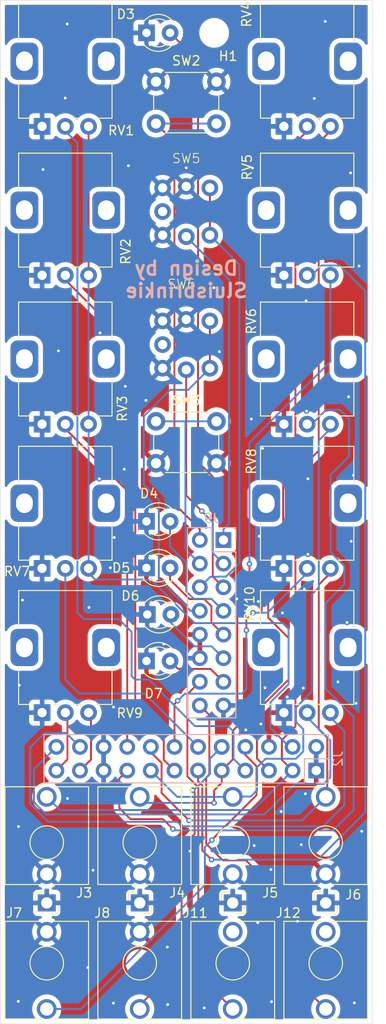
<source format=kicad_pcb>
(kicad_pcb (version 20240108) (generator "pcbnew") (generator_version "8.0")
  (layers (0 "F.Cu" signal) (31 "B.Cu" signal) (34 "B.Paste" user) (35 "F.Paste" user) (36 "B.SilkS" user "B.Silkscreen") (37 "F.SilkS" user "F.Silkscreen") (38 "B.Mask" user) (39 "F.Mask" user) (44 "Edge.Cuts" user))
  (net 0 "")
  (net 1 "GND1")
  (net 2 "/LED1")
  (net 3 "/LED2")
  (net 4 "/LED3")
  (net 5 "/LED4")
  (net 6 "/LED5")
  (net 7 "/-10V_REF")
  (net 8 "/OUT1_ATVPOT")
  (net 9 "/CV4_POT")
  (net 10 "/CV1_JACK")
  (net 11 "/CV2_POT")
  (net 12 "/TRIG_1")
  (net 13 "/PRE_ATV_OUT1")
  (net 14 "/CV4_ATVPOT")
  (net 15 "/PRE_ATV_OUT2")
  (net 16 "/CV1_ATVPOT")
  (net 17 "/CV3_JACK")
  (net 18 "/CV2_JACK")
  (net 19 "/TRIG_2")
  (net 20 "/CV3_POT")
  (net 21 "/CV2_ATVPOT")
  (net 22 "/CV1_POT")
  (net 23 "/CV4_JACK")
  (net 24 "/OUT2_ATVPOT")
  (net 25 "/CV3_ATVPOT")
  (net 26 "/OUT1")
  (net 27 "/LED_SALIDA_2")
  (net 28 "/LED_SALIDA_1")
  (net 29 "/SW_MODE")
  (net 30 "/SW_TRIG2")
  (net 31 "/OUT2")
  (net 32 "/SW_TRIG1")
  (net 33 "/SW_DUAL")
  (footprint "Library:Potentiometer_Alps_RK09K_Single_Vertical_DSHAFT" (layer "F.Cu") (at 131 104.05 90)
    (property "Reference" "RV7")
    (property "Value" "B10k")
  )
  (footprint "Library:ML6-H2T2GQA" (layer "F.Cu") (at 146.5 80 90)
    (property "Reference" "SW6")
    (property "Value" "SW_ML6")
  )
  (footprint "Library:Jack_3.5mm_QingPu_WQP-PJ398SM_Vertical_CircularHoles_3D" (layer "F.Cu") (at 131.5 140)
    (property "Reference" "J7")
    (property "Value" "in1")
  )
  (footprint "Button_Switch_THT:SW_PUSH_6mm_H13mm" (layer "F.Cu") (at 149.75 56.25 180)
    (property "Reference" "SW2")
    (property "Value" "SW_Dual")
  )
  (footprint "Button_Switch_THT:SW_PUSH_6mm_H13mm" (layer "F.Cu") (at 143.25 88.25)
    (property "Reference" "SW3")
    (property "Value" "SW_Mode")
  )
  (footprint "MountingHole:MountingHole_2.7mm_M2.5" (layer "F.Cu") (at 149.5 46.5)
    (property "Reference" "H1")
    (property "Value" "MountingHole")
  )
  (footprint "Library:Potentiometer_Alps_RK09K_Single_Vertical" (layer "F.Cu") (at 131 119.55 90)
    (property "Reference" "RV9")
    (property "Value" "B100k")
  )
  (footprint "LED_THT:LED_D3.0mm" (layer "F.Cu") (at 142.225 46.5)
    (property "Reference" "D3")
    (property "Value" "LED")
  )
  (footprint "Library:Potentiometer_Alps_RK09K_Single_Vertical_DSHAFT" (layer "F.Cu") (at 131 72.55 90)
    (property "Reference" "RV2")
    (property "Value" "B10k")
  )
  (footprint "LED_THT:LED_D3.0mm" (layer "F.Cu") (at 142.316487 109)
    (property "Reference" "D6")
    (property "Value" "LED")
  )
  (footprint "Library:Jack_3.5mm_QingPu_WQP-PJ398SM_Vertical_CircularHoles_3D" (layer "F.Cu") (at 151.5 140)
    (property "Reference" "J11")
    (property "Value" "out1")
  )
  (footprint "LED_THT:LED_D3.0mm" (layer "F.Cu") (at 142.225 114)
    (property "Reference" "D7")
    (property "Value" "LED")
  )
  (footprint "Library:Jack_3.5mm_QingPu_WQP-PJ398SM_Vertical_CircularHoles_3D" (layer "F.Cu") (at 151.5 140 180)
    (property "Reference" "J5")
    (property "Value" "CV3")
  )
  (footprint "Library:Jack_3.5mm_QingPu_WQP-PJ398SM_Vertical_CircularHoles_3D" (layer "F.Cu") (at 161.5 140)
    (property "Reference" "J12")
    (property "Value" "out2")
  )
  (footprint "Library:Jack_3.5mm_QingPu_WQP-PJ398SM_Vertical_CircularHoles_3D" (layer "F.Cu") (at 131.5 140 180)
    (property "Reference" "J3")
    (property "Value" "CV1")
  )
  (footprint "Library:Potentiometer_Alps_RK09K_Single_Vertical" (layer "F.Cu") (at 157 88.55 90)
    (property "Reference" "RV6")
    (property "Value" "B100k")
  )
  (footprint "LED_THT:LED_D3.0mm" (layer "F.Cu") (at 142.225 104)
    (property "Reference" "D5")
    (property "Value" "LED")
  )
  (footprint "Library:Potentiometer_Alps_RK09K_Single_Vertical" (layer "F.Cu") (at 157 104.05 90)
    (property "Reference" "RV8")
    (property "Value" "B100k")
  )
  (footprint "Library:Jack_3.5mm_QingPu_WQP-PJ398SM_Vertical_CircularHoles_3D" (layer "F.Cu") (at 161.5 140 180)
    (property "Reference" "J6")
    (property "Value" "CV4")
  )
  (footprint "Library:Potentiometer_Alps_RK09K_Single_Vertical" (layer "F.Cu") (at 157 56.55 90)
    (property "Reference" "RV4")
    (property "Value" "B100k")
  )
  (footprint "LED_THT:LED_D3.0mm" (layer "F.Cu") (at 142.225 99)
    (property "Reference" "D4")
    (property "Value" "LED")
  )
  (footprint "Library:Jack_3.5mm_QingPu_WQP-PJ398SM_Vertical_CircularHoles_3D" (layer "F.Cu") (at 141.5 140 180)
    (property "Reference" "J4")
    (property "Value" "CV2")
  )
  (footprint "Library:Potentiometer_Alps_RK09K_Single_Vertical" (layer "F.Cu") (at 157 72.55 90)
    (property "Reference" "RV5")
    (property "Value" "B100k")
  )
  (footprint "Library:Potentiometer_Alps_RK09K_Single_Vertical" (layer "F.Cu") (at 157 119.55 90)
    (property "Reference" "RV10")
    (property "Value" "B100k")
  )
  (footprint "Library:Potentiometer_Alps_RK09K_Single_Vertical_DSHAFT" (layer "F.Cu") (at 131 88.55 90)
    (property "Reference" "RV3")
    (property "Value" "B10k")
  )
  (footprint "Library:ML6-H2T2GQA" (layer "F.Cu") (at 146.5 65.7 90)
    (property "Reference" "SW5")
    (property "Value" "SW_ML6")
  )
  (footprint "Library:Jack_3.5mm_QingPu_WQP-PJ398SM_Vertical_CircularHoles_3D" (layer "F.Cu") (at 141.5 140)
    (property "Reference" "J8")
    (property "Value" "in2")
  )
  (footprint "Library:Potentiometer_Alps_RK09K_Single_Vertical_DSHAFT" (layer "F.Cu") (at 131 56.55 90)
    (property "Reference" "RV1")
    (property "Value" "B10k")
  )
  (footprint "Connector_PinHeader_2.54mm:PinHeader_2x12_P2.54mm_Vertical" (layer "B.Cu") (at 160.475 125.775 90)
    (property "Reference" "J2")
    (property "Value" "Conn_02x12_Odd_Even")
  )
  (footprint "Connector_PinHeader_2.54mm:PinHeader_2x08_P2.54mm_Vertical" (layer "B.Cu") (at 150.5 101 180)
    (property "Reference" "J9")
    (property "Value" "Conn_02x08_Odd_Even")
  )
  (gr_rect (start 126.5 43) (end 166.5 153) (stroke (width 0.05)) (fill none) (layer "Edge.Cuts"))
  (gr_text "Design by\nSluisbrinkie" (at 146.5 73 -0) (layer "B.SilkS") (effects (font (size 1.5 1.5) (thickness 0.3) (bold yes)) (justify mirror)))
  (via (at 156.845426 108.836323) (size 0.6) (drill 0.3) (layers "F.Cu" "B.Cu") (net 1))
  (via (at 154.353562 100.604534) (size 0.6) (drill 0.3) (layers "F.Cu" "B.Cu") (net 1))
  (via (at 136.04536 108.245567) (size 0.6) (drill 0.3) (layers "F.Cu" "B.Cu") (net 1))
  (via (at 164.469829 94.044425) (size 0.6) (drill 0.3) (layers "F.Cu" "B.Cu") (net 1))
  (via (at 137.231752 78.741141) (size 0.6) (drill 0.3) (layers "F.Cu" "B.Cu") (net 1))
  (via (at 164.233189 101.143653) (size 0.6) (drill 0.3) (layers "F.Cu" "B.Cu") (net 1))
  (via (at 159.583566 94.423982) (size 0.6) (drill 0.3) (layers "F.Cu" "B.Cu") (net 1))
  (via (at 149.476129 73.886416) (size 0.6) (drill 0.3) (layers "F.Cu" "B.Cu") (net 1))
  (via (at 137.160308 94.424484) (size 0.6) (drill 0.3) (layers "F.Cu" "B.Cu") (net 1))
  (via (at 133.488523 53.506611) (size 0.6) (drill 0.3) (layers "F.Cu" "B.Cu") (net 1))
  (via (at 161.45518 45.267203) (size 0.6) (drill 0.3) (layers "F.Cu" "B.Cu") (net 1))
  (via (at 163.953522 85.611402) (size 0.6) (drill 0.3) (layers "F.Cu" "B.Cu") (net 1))
  (via (at 158.870057 133.739645) (size 0.6) (drill 0.3) (layers "F.Cu" "B.Cu") (net 1))
  (via (at 131.1006 61.186685) (size 0.6) (drill 0.3) (layers "F.Cu" "B.Cu") (net 1))
  (via (at 132.757087 80.677294) (size 0.6) (drill 0.3) (layers "F.Cu" "B.Cu") (net 1))
  (via (at 138.686258 118.955466) (size 0.6) (drill 0.3) (layers "F.Cu" "B.Cu") (net 1))
  (via (at 155.607281 136.414405) (size 0.6) (drill 0.3) (layers "F.Cu" "B.Cu") (net 1))
  (via (at 154.964685 116.879974) (size 0.6) (drill 0.3) (layers "F.Cu" "B.Cu") (net 1))
  (via (at 128.438987 150.572131) (size 0.6) (drill 0.3) (layers "F.Cu" "B.Cu") (net 1))
  (via (at 159.583566 102.534313) (size 0.6) (drill 0.3) (layers "F.Cu" "B.Cu") (net 1))
  (via (at 165.374098 132.298287) (size 0.6) (drill 0.3) (layers "F.Cu" "B.Cu") (net 1))
  (via (at 138.669525 150.770623) (size 0.6) (drill 0.3) (layers "F.Cu" "B.Cu") (net 1))
  (via (at 154.531308 120.76812) (size 0.6) (drill 0.3) (layers "F.Cu" "B.Cu") (net 1))
  (via (at 164.165795 61.552403) (size 0.6) (drill 0.3) (layers "F.Cu" "B.Cu") (net 1))
  (via (at 150.065763 80.758031) (size 0.6) (drill 0.3) (layers "F.Cu" "B.Cu") (net 1))
  (via (at 146.902337 134.436903) (size 0.6) (drill 0.3) (layers "F.Cu" "B.Cu") (net 1))
  (via (at 148.443514 151.279759) (size 0.6) (drill 0.3) (layers "F.Cu" "B.Cu") (net 1))
  (via (at 159.392805 75.285251) (size 0.6) (drill 0.3) (layers "F.Cu" "B.Cu") (net 1))
  (via (at 136.48478 136.481238) (size 0.6) (drill 0.3) (layers "F.Cu" "B.Cu") (net 1))
  (via (at 128.890756 107.460453) (size 0.6) (drill 0.3) (layers "F.Cu" "B.Cu") (net 1))
  (via (at 164.771009 118.547519) (size 0.6) (drill 0.3) (layers "F.Cu" "B.Cu") (net 1))
  (via (at 140.286572 60.777942) (size 0.6) (drill 0.3) (layers "F.Cu" "B.Cu") (net 1))
  (via (at 144.499498 150.921213) (size 0.6) (drill 0.3) (layers "F.Cu" "B.Cu") (net 1))
  (via (at 153.624516 61.036096) (size 0.6) (drill 0.3) (layers "F.Cu" "B.Cu") (net 1))
  (via (at 128.4605 131.791445) (size 0.6) (drill 0.3) (layers "F.Cu" "B.Cu") (net 1))
  (via (at 154.248388 107.611337) (size 0.6) (drill 0.3) (layers "F.Cu" "B.Cu") (net 1))
  (via (at 144.463643 144.747035) (size 0.6) (drill 0.3) (layers "F.Cu" "B.Cu") (net 1))
  (via (at 156.693855 130.174149) (size 0.6) (drill 0.3) (layers "F.Cu" "B.Cu") (net 1))
  (via (at 151.950501 107.321313) (size 0.6) (drill 0.3) (layers "F.Cu" "B.Cu") (net 1))
  (via (at 159.085414 116.910555) (size 0.6) (drill 0.3) (layers "F.Cu" "B.Cu") (net 1))
  (via (at 144.086372 112.175241) (size 0.6) (drill 0.3) (layers "F.Cu" "B.Cu") (net 1))
  (via (at 146.5 61) (size 0.6) (drill 0.3) (layers "F.Cu" "B.Cu") (net 1))
  (via (at 158.475656 141.979053) (size 0.6) (drill 0.3) (layers "F.Cu" "B.Cu") (net 1))
  (via (at 138.752257 100.727739) (size 0.6) (drill 0.3) (layers "F.Cu" "B.Cu") (net 1))
  (via (at 155.664648 150.612862) (size 0.6) (drill 0.3) (layers "F.Cu" "B.Cu") (net 1))
  (via (at 152.901646 121.405537) (size 0.6) (drill 0.3) (layers "F.Cu" "B.Cu") (net 1))
  (via (at 139.834803 93.391367) (size 0.6) (drill 0.3) (layers "F.Cu" "B.Cu") (net 1))
  (via (at 128.546551 116.603398) (size 0.6) (drill 0.3) (layers "F.Cu" "B.Cu") (net 1))
  (via (at 142.164162 85.990665) (size 0.6) (drill 0.3) (layers "F.Cu" "B.Cu") (net 1))
  (via (at 160.271976 53.549636) (size 0.6) (drill 0.3) (layers "F.Cu" "B.Cu") (net 1))
  (via (at 153.5 88) (size 0.6) (drill 0.3) (layers "F.Cu" "B.Cu") (net 1))
  (via (at 135.925446 146.936466) (size 0.6) (drill 0.3) (layers "F.Cu" "B.Cu") (net 1))
  (via (at 164.570953 150.741939) (size 0.6) (drill 0.3) (layers "F.Cu" "B.Cu") (net 1))
  (via (at 133.73831 128.777356) (size 0.6) (drill 0.3) (layers "F.Cu" "B.Cu") (net 1))
  (via (at 159.207527 106.286648) (size 0.6) (drill 0.3) (layers "F.Cu" "B.Cu") (net 1))
  (via (at 162.813343 116.245648) (size 0.6) (drill 0.3) (layers "F.Cu" "B.Cu") (net 1))
  (via (at 159.312044 128.268008) (size 0.6) (drill 0.3) (layers "F.Cu" "B.Cu") (net 1))
  (via (at 138.334882 103.975377) (size 0.6) (drill 0.3) (layers "F.Cu" "B.Cu") (net 1))
  (via (at 154.187435 142.122472) (size 0.6) (drill 0.3) (layers "F.Cu" "B.Cu") (net 1))
  (via (at 165.086287 71.557338) (size 0.6) (drill 0.3) (layers "F.Cu" "B.Cu") (net 1))
  (via (at 163.781419 109.856343) (size 0.6) (drill 0.3) (layers "F.Cu" "B.Cu") (net 1))
  (via (at 153.807375 133.840038) (size 0.6) (drill 0.3) (layers "F.Cu" "B.Cu") (net 1))
  (via (at 139.948343 84.484768) (size 0.6) (drill 0.3) (layers "F.Cu" "B.Cu") (net 1))
  (via (at 154.700157 91.154035) (size 0.6) (drill 0.3) (layers "F.Cu" "B.Cu") (net 1))
  (via (at 133.703651 45.54687) (size 0.6) (drill 0.3) (layers "F.Cu" "B.Cu") (net 1))
  (via (at 157.360181 117.87215) (size 0.6) (drill 0.3) (layers "F.Cu" "B.Cu") (net 1))
  (via (at 159.437425 87.141202) (size 0.6) (drill 0.3) (layers "F.Cu" "B.Cu") (net 1))
  (segment (start 150.5 106.08) (end 149.348 104.928) (width 0.2) (layer "F.Cu") (net 2))
  (segment (start 147.77 92.611) (end 147.77 49.5051) (width 0.2) (layer "F.Cu") (net 2))
  (segment (start 149.348 104.928) (end 149.348 94.1892) (width 0.2) (layer "F.Cu") (net 2))
  (segment (start 149.348 94.1892) (end 147.77 92.611) (width 0.2) (layer "F.Cu") (net 2))
  (segment (start 147.77 49.5051) (end 144.765 46.5) (width 0.2) (layer "F.Cu") (net 2))
  (segment (start 146.5 103.422045) (end 144.765 101.687045) (width 0.2) (layer "B.Cu") (net 3))
  (segment (start 147.324984 107.324984) (end 146.5 106.5) (width 0.2) (layer "B.Cu") (net 3))
  (segment (start 149.204984 107.324984) (end 147.324984 107.324984) (width 0.2) (layer "B.Cu") (net 3))
  (segment (start 150.5 108.62) (end 149.204984 107.324984) (width 0.2) (layer "B.Cu") (net 3))
  (segment (start 144.765 101.687045) (end 144.765 99) (width 0.2) (layer "B.Cu") (net 3))
  (segment (start 146.5 106.5) (end 146.5 103.422045) (width 0.2) (layer "B.Cu") (net 3))
  (segment (start 144.765 104) (end 144.765 105.265) (width 0.2) (layer "F.Cu") (net 4))
  (segment (start 149.206369 109.866369) (end 150.5 111.16) (width 0.2) (layer "F.Cu") (net 4))
  (segment (start 144.765 105.265) (end 146.850937 107.350937) (width 0.2) (layer "F.Cu") (net 4))
  (segment (start 148.437341 107.350937) (end 149.206369 108.119965) (width 0.2) (layer "F.Cu") (net 4))
  (segment (start 146.850937 107.350937) (end 148.437341 107.350937) (width 0.2) (layer "F.Cu") (net 4))
  (segment (start 149.206369 108.119965) (end 149.206369 109.866369) (width 0.2) (layer "F.Cu") (net 4))
  (segment (start 144.765 104.528) (end 144.765 104) (width 0.2) (layer "B.Cu") (net 4))
  (segment (start 144.856487 109.894311) (end 144.856487 109) (width 0.2) (layer "B.Cu") (net 5))
  (segment (start 147.391024 112.428848) (end 144.856487 109.894311) (width 0.2) (layer "B.Cu") (net 5))
  (segment (start 149.228848 112.428848) (end 147.391024 112.428848) (width 0.2) (layer "B.Cu") (net 5))
  (segment (start 150.5 113.7) (end 149.228848 112.428848) (width 0.2) (layer "B.Cu") (net 5))
  (segment (start 145.615 114.85) (end 144.765 114) (width 0.2) (layer "F.Cu") (net 6))
  (segment (start 150.5 116.24) (end 149.11 114.85) (width 0.2) (layer "F.Cu") (net 6))
  (segment (start 149.210806 114.950806) (end 150.5 116.24) (width 0.2) (layer "F.Cu") (net 6))
  (segment (start 149.11 114.85) (end 145.615 114.85) (width 0.2) (layer "F.Cu") (net 6))
  (segment (start 136 73.05) (end 136 57.05) (width 0.2) (layer "F.Cu") (net 7))
  (segment (start 136 89.05) (end 136 73.05) (width 0.2) (layer "B.Cu") (net 7))
  (segment (start 155.557018 118.442982) (end 157.5 116.5) (width 0.2) (layer "B.Cu") (net 7))
  (segment (start 157.5 110.5) (end 156.936 109.936) (width 0.2) (layer "B.Cu") (net 7))
  (segment (start 136 104.55) (end 136 89.05) (width 0.2) (layer "B.Cu") (net 7))
  (segment (start 157.5 116.5) (end 157.5 110.5) (width 0.2) (layer "B.Cu") (net 7))
  (segment (start 136.696 105.246) (end 136 104.55) (width 0.2) (layer "B.Cu") (net 7))
  (segment (start 147.4 109.936) (end 142.71 105.246) (width 0.2) (layer "B.Cu") (net 7))
  (segment (start 142.71 105.246) (end 136.696 105.246) (width 0.2) (layer "B.Cu") (net 7))
  (segment (start 155.557018 121.199182) (end 155.557018 118.442982) (width 0.2) (layer "B.Cu") (net 7))
  (segment (start 156.936 109.936) (end 147.4 109.936) (width 0.2) (layer "B.Cu") (net 7))
  (segment (start 157.592836 123.235) (end 155.557018 121.199182) (width 0.2) (layer "B.Cu") (net 7))
  (segment (start 157.935 123.235) (end 157.592836 123.235) (width 0.2) (layer "B.Cu") (net 7))
  (segment (start 133.729 120.279) (end 133.5 120.05) (width 0.2) (layer "F.Cu") (net 8))
  (segment (start 132.535 125.775) (end 133.729 124.581) (width 0.2) (layer "F.Cu") (net 8))
  (segment (start 133.729 124.581) (end 133.729 120.279) (width 0.2) (layer "F.Cu") (net 8))
  (segment (start 135 117.5) (end 142 117.5) (width 0.2) (layer "B.Cu") (net 9))
  (segment (start 133.5 116) (end 135 117.5) (width 0.2) (layer "B.Cu") (net 9))
  (segment (start 142.02 117.48) (end 147.775 123.235) (width 0.2) (layer "B.Cu") (net 9))
  (segment (start 133.5 104.55) (end 133.5 116) (width 0.2) (layer "B.Cu") (net 9))
  (segment (start 142 117.5) (end 142.02 117.48) (width 0.2) (layer "B.Cu") (net 9))
  (segment (start 158.242 93.907) (end 160.742 91.407) (width 0.2) (layer "F.Cu") (net 10))
  (segment (start 160.742 58.3085) (end 162 57.05) (width 0.2) (layer "F.Cu") (net 10))
  (segment (start 160.742 91.407) (end 160.742 58.3085) (width 0.2) (layer "F.Cu") (net 10))
  (segment (start 157.935 125.775) (end 156.783 124.623) (width 0.2) (layer "F.Cu") (net 10))
  (segment (start 156.783 124.623) (end 156.783 122.493) (width 0.2) (layer "F.Cu") (net 10))
  (segment (start 156.783 122.493) (end 158.242 121.035) (width 0.2) (layer "F.Cu") (net 10))
  (segment (start 158.242 121.035) (end 158.242 93.907) (width 0.2) (layer "F.Cu") (net 10))
  (segment (start 132.918 130.018) (end 153.692 130.018) (width 0.2) (layer "B.Cu") (net 10))
  (segment (start 153.692 130.018) (end 157.935 125.775) (width 0.2) (layer "B.Cu") (net 10))
  (segment (start 131.5 128.6) (end 132.918 130.018) (width 0.2) (layer "B.Cu") (net 10))
  (segment (start 144.083 124.623) (end 145.235 125.775) (width 0.2) (layer "F.Cu") (net 11))
  (segment (start 141.023 118.476) (end 144.083 121.536) (width 0.2) (layer "F.Cu") (net 11))
  (segment (start 144.083 121.536) (end 144.083 124.623) (width 0.2) (layer "F.Cu") (net 11))
  (segment (start 141.023 80.5733) (end 141.023 118.476) (width 0.2) (layer "F.Cu") (net 11))
  (segment (start 133.5 73.05) (end 141.023 80.5733) (width 0.2) (layer "F.Cu") (net 11))
  (segment (start 154.055 128.417) (end 149.26 133.211) (width 0.2) (layer "F.Cu") (net 12))
  (segment (start 153.878403 125.121597) (end 154.055 125.298) (width 0.2) (layer "F.Cu") (net 12))
  (segment (start 152.855 124.098194) (end 153.878403 125.121597) (width 0.2) (layer "F.Cu") (net 12))
  (segment (start 154.055 125.298) (end 154.055 128.417) (width 0.2) (layer "F.Cu") (net 12))
  (segment (start 152.855 123.235) (end 152.855 124.098194) (width 0.2) (layer "F.Cu") (net 12))
  (segment (start 149.26 133.211) (end 149.26 133.247) (width 0.2) (layer "F.Cu") (net 12))
  (via (at 149.26 133.247) (size 0.6) (drill 0.3) (layers "F.Cu" "B.Cu") (net 12))
  (segment (start 135.185 151.4) (end 131.5 151.4) (width 0.2) (layer "B.Cu") (net 12))
  (segment (start 149.26 133.247) (end 148.5 134.007) (width 0.2) (layer "B.Cu") (net 12))
  (segment (start 148.5 138.085) (end 135.185 151.4) (width 0.2) (layer "B.Cu") (net 12))
  (segment (start 148.5 134.007) (end 148.5 138.085) (width 0.2) (layer "B.Cu") (net 12))
  (segment (start 136.259 124.591) (end 136.259 120.309) (width 0.2) (layer "F.Cu") (net 13))
  (segment (start 135.075 125.775) (end 136.259 124.591) (width 0.2) (layer "F.Cu") (net 13))
  (segment (start 136.259 120.309) (end 136 120.05) (width 0.2) (layer "F.Cu") (net 13))
  (segment (start 152.965589 110.702192) (end 152.965589 109.534411) (width 0.2) (layer "F.Cu") (net 14))
  (segment (start 152.965589 109.534411) (end 153.69 108.81) (width 0.2) (layer "F.Cu") (net 14))
  (segment (start 145.582 118.278) (end 145.235 118.625) (width 0.2) (layer "F.Cu") (net 14))
  (segment (start 145.235 118.625) (end 145.235 123.235) (width 0.2) (layer "F.Cu") (net 14))
  (via (at 145.582 118.278) (size 0.6) (drill 0.3) (layers "F.Cu" "B.Cu") (net 14))
  (via (at 153.69 108.81) (size 0.6) (drill 0.3) (layers "F.Cu" "B.Cu") (net 14))
  (via (at 152.965589 110.702192) (size 0.6) (drill 0.3) (layers "F.Cu" "B.Cu") (net 14))
  (segment (start 146.35 117.51) (end 145.582 118.278) (width 0.2) (layer "B.Cu") (net 14))
  (segment (start 155.24 108.81) (end 159.5 104.55) (width 0.2) (layer "B.Cu") (net 14))
  (segment (start 153.69 108.81) (end 155.24 108.81) (width 0.2) (layer "B.Cu") (net 14))
  (segment (start 152.49 117.51) (end 146.35 117.51) (width 0.2) (layer "B.Cu") (net 14))
  (segment (start 152.965589 117.034411) (end 152.49 117.51) (width 0.2) (layer "B.Cu") (net 14))
  (segment (start 152.965589 110.702192) (end 152.965589 117.034411) (width 0.2) (layer "B.Cu") (net 14))
  (segment (start 131.647393 131.280393) (end 145.548393 131.280393) (width 0.2) (layer "B.Cu") (net 15))
  (segment (start 129.718 123.282) (end 129.718 129.351) (width 0.2) (layer "B.Cu") (net 15))
  (segment (start 135.075 123.235) (end 133.578265 121.738265) (width 0.2) (layer "B.Cu") (net 15))
  (segment (start 163.5 129.5) (end 163.5 121.55) (width 0.2) (layer "B.Cu") (net 15))
  (segment (start 163.5 121.55) (end 162 120.05) (width 0.2) (layer "B.Cu") (net 15))
  (segment (start 133.578265 121.738265) (end 131.261735 121.738265) (width 0.2) (layer "B.Cu") (net 15))
  (segment (start 146.036 131.768) (end 161.232 131.768) (width 0.2) (layer "B.Cu") (net 15))
  (segment (start 129.718 129.351) (end 131.647393 131.280393) (width 0.2) (layer "B.Cu") (net 15))
  (segment (start 161.232 131.768) (end 163.5 129.5) (width 0.2) (layer "B.Cu") (net 15))
  (segment (start 131.261735 121.738265) (end 129.718 123.282) (width 0.2) (layer "B.Cu") (net 15))
  (segment (start 145.548393 131.280393) (end 146.036 131.768) (width 0.2) (layer "B.Cu") (net 15))
  (segment (start 157.5 111.531) (end 157.5 116) (width 0.2) (layer "F.Cu") (net 16))
  (segment (start 154.09953 122) (end 154.104 122) (width 0.2) (layer "F.Cu") (net 16))
  (segment (start 156.923 91.3539) (end 156.923 100.661) (width 0.2) (layer "F.Cu") (net 16))
  (segment (start 154.104 122) (end 154.104 124.484) (width 0.2) (layer "F.Cu") (net 16))
  (segment (start 153.549686 119.950314) (end 153.549686 121.450156) (width 0.2) (layer "F.Cu") (net 16))
  (segment (start 155.317 102.266) (end 155.317 109.348) (width 0.2) (layer "F.Cu") (net 16))
  (segment (start 158.241 58.3086) (end 158.241 90.0353) (width 0.2) (layer "F.Cu") (net 16))
  (segment (start 158.241 90.0353) (end 156.923 91.3539) (width 0.2) (layer "F.Cu") (net 16))
  (segment (start 156.923 100.661) (end 155.317 102.266) (width 0.2) (layer "F.Cu") (net 16))
  (segment (start 153.549686 121.450156) (end 154.09953 122) (width 0.2) (layer "F.Cu") (net 16))
  (segment (start 154.104 124.484) (end 155.395 125.775) (width 0.2) (layer "F.Cu") (net 16))
  (segment (start 159.5 57.05) (end 158.241 58.3086) (width 0.2) (layer "F.Cu") (net 16))
  (segment (start 155.317 109.348) (end 157.5 111.531) (width 0.2) (layer "F.Cu") (net 16))
  (segment (start 157.5 116) (end 153.549686 119.950314) (width 0.2) (layer "F.Cu") (net 16))
  (segment (start 154.120375 127.879625) (end 153.432 128.568) (width 0.2) (layer "B.Cu") (net 17))
  (segment (start 153.432 128.568) (end 151.5 128.568) (width 0.2) (layer "B.Cu") (net 17))
  (segment (start 158.297 124.505) (end 155.023 124.505) (width 0.2) (layer "B.Cu") (net 17))
  (segment (start 154.120375 125.407625) (end 154.120375 127.879625) (width 0.2) (layer "B.Cu") (net 17))
  (segment (start 151.5 128.568) (end 151.5 128.6) (width 0.2) (layer "B.Cu") (net 17))
  (segment (start 160 117.298) (end 158.298 119) (width 0.2) (layer "B.Cu") (net 17))
  (segment (start 158.298 119) (end 158.298 120.548) (width 0.2) (layer "B.Cu") (net 17))
  (segment (start 142.695 125.775) (end 145.52 128.6) (width 0.2) (layer "B.Cu") (net 17))
  (segment (start 158.298 120.548) (end 159.087 121.336) (width 0.2) (layer "B.Cu") (net 17))
  (segment (start 160 106.8505) (end 160 117.298) (width 0.2) (layer "B.Cu") (net 17))
  (segment (start 162 89.05) (end 160.75 90.3) (width 0.2) (layer "B.Cu") (net 17))
  (segment (start 159.087 123.715) (end 158.297 124.505) (width 0.2) (layer "B.Cu") (net 17))
  (segment (start 159.087 121.336) (end 159.087 123.715) (width 0.2) (layer "B.Cu") (net 17))
  (segment (start 151.468 128.6) (end 151.5 128.568) (width 0.2) (layer "B.Cu") (net 17))
  (segment (start 145.52 128.6) (end 151.468 128.6) (width 0.2) (layer "B.Cu") (net 17))
  (segment (start 160.75 90.3) (end 160.75 106.1005) (width 0.2) (layer "B.Cu") (net 17))
  (segment (start 160.75 106.1005) (end 160 106.8505) (width 0.2) (layer "B.Cu") (net 17))
  (segment (start 155.023 124.505) (end 154.120375 125.407625) (width 0.2) (layer "B.Cu") (net 17))
  (segment (start 151.5 124.59) (end 150.315 125.775) (width 0.2) (layer "F.Cu") (net 18))
  (segment (start 152 109) (end 152 121) (width 0.2) (layer "F.Cu") (net 18))
  (segment (start 153.295 107.705) (end 152 109) (width 0.2) (layer "F.Cu") (net 18))
  (segment (start 150.315 127.089) (end 150.315 125.775) (width 0.2) (layer "F.Cu") (net 18))
  (segment (start 153.295 103.57) (end 153.295 107.705) (width 0.2) (layer "F.Cu") (net 18))
  (segment (start 149.495651 129.248229) (end 149.495651 127.908349) (width 0.2) (layer "F.Cu") (net 18))
  (segment (start 149.495651 127.908349) (end 150.315 127.089) (width 0.2) (layer "F.Cu") (net 18))
  (segment (start 151.5 121.5) (end 151.5 124.59) (width 0.2) (layer "F.Cu") (net 18))
  (segment (start 152 121) (end 151.5 121.5) (width 0.2) (layer "F.Cu") (net 18))
  (via (at 149.495651 129.248229) (size 0.6) (drill 0.3) (layers "F.Cu" "B.Cu") (net 18))
  (via (at 153.295 103.57) (size 0.6) (drill 0.3) (layers "F.Cu" "B.Cu") (net 18))
  (segment (start 149.495651 129.248229) (end 142.148229 129.248229) (width 0.2) (layer "B.Cu") (net 18))
  (segment (start 162 81.8233) (end 162 73.05) (width 0.2) (layer "B.Cu") (net 18))
  (segment (start 153.295 103.57) (end 153.295 90.5279) (width 0.2) (layer "B.Cu") (net 18))
  (segment (start 153.295 90.5279) (end 162 81.8233) (width 0.2) (layer "B.Cu") (net 18))
  (segment (start 142.148229 129.248229) (end 141.5 128.6) (width 0.2) (layer "B.Cu") (net 18))
  (segment (start 147.398 132.602) (end 146 134) (width 0.2) (layer "F.Cu") (net 19))
  (segment (start 147.398 128.088) (end 147.398 132.602) (width 0.2) (layer "F.Cu") (net 19))
  (segment (start 146 146.5) (end 141.5 151) (width 0.2) (layer "F.Cu") (net 19))
  (segment (start 146 134) (end 146 146.5) (width 0.2) (layer "F.Cu") (net 19))
  (segment (start 147.192 127.882) (end 147.398 128.088) (width 0.2) (layer "F.Cu") (net 19))
  (segment (start 141.5 151) (end 141.5 151.4) (width 0.2) (layer "F.Cu") (net 19))
  (via (at 147.192 127.882) (size 0.6) (drill 0.3) (layers "F.Cu" "B.Cu") (net 19))
  (segment (start 149.053444 126.151556) (end 147.323 127.882) (width 0.2) (layer "B.Cu") (net 19))
  (segment (start 147.323 127.882) (end 147.192 127.882) (width 0.2) (layer "B.Cu") (net 19))
  (segment (start 150.315 123.235) (end 149.053444 124.496556) (width 0.2) (layer "B.Cu") (net 19))
  (segment (start 149.053444 124.496556) (end 149.053444 126.151556) (width 0.2) (layer "B.Cu") (net 19))
  (segment (start 140.155 95.705) (end 140.155 123.235) (width 0.2) (layer "F.Cu") (net 20))
  (segment (start 133.5 89.05) (end 140.155 95.705) (width 0.2) (layer "F.Cu") (net 20))
  (segment (start 148.227 127.379) (end 147.775 126.927) (width 0.2) (layer "F.Cu") (net 21))
  (segment (start 149.221031 135.34844) (end 148.227 134.354409) (width 0.2) (layer "F.Cu") (net 21))
  (segment (start 148.227 134.354409) (end 148.227 127.379) (width 0.2) (layer "F.Cu") (net 21))
  (segment (start 147.775 126.927) (end 147.775 125.775) (width 0.2) (layer "F.Cu") (net 21))
  (via (at 149.221031 135.34844) (size 0.6) (drill 0.3) (layers "F.Cu" "B.Cu") (net 21))
  (segment (start 165.748 130.252) (end 165.748 74.248) (width 0.2) (layer "B.Cu") (net 21))
  (segment (start 165.748 74.248) (end 163 71.5) (width 0.2) (layer "B.Cu") (net 21))
  (segment (start 149.222591 135.35) (end 160.65 135.35) (width 0.2) (layer "B.Cu") (net 21))
  (segment (start 163 71.5) (end 161.05 71.5) (width 0.2) (layer "B.Cu") (net 21))
  (segment (start 160.65 135.35) (end 165.748 130.252) (width 0.2) (layer "B.Cu") (net 21))
  (segment (start 161.05 71.5) (end 159.5 73.05) (width 0.2) (layer "B.Cu") (net 21))
  (segment (start 149.221031 135.34844) (end 149.222591 135.35) (width 0.2) (layer "B.Cu") (net 21))
  (segment (start 147.436 121) (end 151 121) (width 0.2) (layer "B.Cu") (net 22))
  (segment (start 140.625 110.875) (end 140.625 115.625) (width 0.2) (layer "B.Cu") (net 22))
  (segment (start 139.25 109.5) (end 140.625 110.875) (width 0.2) (layer "B.Cu") (net 22))
  (segment (start 142.5 116) (end 142.5 116.005) (width 0.2) (layer "B.Cu") (net 22))
  (segment (start 140.625 115.625) (end 141 116) (width 0.2) (layer "B.Cu") (net 22))
  (segment (start 151 121) (end 151.585 121.585) (width 0.2) (layer "B.Cu") (net 22))
  (segment (start 142.5 116.005) (end 143.495 117) (width 0.2) (layer "B.Cu") (net 22))
  (segment (start 133.5 57.05) (end 134.798 58.3483) (width 0.2) (layer "B.Cu") (net 22))
  (segment (start 151.585 124.505) (end 152.855 125.775) (width 0.2) (layer "B.Cu") (net 22))
  (segment (start 141 116) (end 142.5 116) (width 0.2) (layer "B.Cu") (net 22))
  (segment (start 134.798 108.798) (end 135.5 109.5) (width 0.2) (layer "B.Cu") (net 22))
  (segment (start 135.5 109.5) (end 139.25 109.5) (width 0.2) (layer "B.Cu") (net 22))
  (segment (start 151.585 121.585) (end 151.585 124.505) (width 0.2) (layer "B.Cu") (net 22))
  (segment (start 134.798 58.3483) (end 134.798 108.798) (width 0.2) (layer "B.Cu") (net 22))
  (segment (start 143.495 117.059) (end 147.436 121) (width 0.2) (layer "B.Cu") (net 22))
  (segment (start 143.495 117) (end 143.495 117.059) (width 0.2) (layer "B.Cu") (net 22))
  (segment (start 161.5 128.6) (end 161.662 128.438) (width 0.2) (layer "F.Cu") (net 23))
  (segment (start 160.75 105.8) (end 162 104.55) (width 0.2) (layer "F.Cu") (net 23))
  (segment (start 146.796 131.133) (end 143.847 128.184) (width 0.2) (layer "F.Cu") (net 23))
  (segment (start 161.662 122.253) (end 160.75 121.341) (width 0.2) (layer "F.Cu") (net 23))
  (segment (start 143.847 124.952686) (end 142.695 123.800686) (width 0.2) (layer "F.Cu") (net 23))
  (segment (start 142.695 123.800686) (end 142.695 123.235) (width 0.2) (layer "F.Cu") (net 23))
  (segment (start 143.847 128.184) (end 143.847 124.952686) (width 0.2) (layer "F.Cu") (net 23))
  (segment (start 160.75 121.341) (end 160.75 105.8) (width 0.2) (layer "F.Cu") (net 23))
  (segment (start 161.662 128.438) (end 161.662 122.253) (width 0.2) (layer "F.Cu") (net 23))
  (via (at 146.796 131.133) (size 0.6) (drill 0.3) (layers "F.Cu" "B.Cu") (net 23))
  (segment (start 158.967 131.133) (end 146.796 131.133) (width 0.2) (layer "B.Cu") (net 23))
  (segment (start 161.5 128.6) (end 158.967 131.133) (width 0.2) (layer "B.Cu") (net 23))
  (segment (start 161.2945 127.2055) (end 158.2055 127.2055) (width 0.2) (layer "B.Cu") (net 24))
  (segment (start 131.43459 130.49159) (end 130.12 129.177) (width 0.2) (layer "B.Cu") (net 24))
  (segment (start 154.91941 130.49159) (end 131.43459 130.49159) (width 0.2) (layer "B.Cu") (net 24))
  (segment (start 162 122.55) (end 162 126.5) (width 0.2) (layer "B.Cu") (net 24))
  (segment (start 130.133006 126.5) (end 130.133006 125.636994) (width 0.2) (layer "B.Cu") (net 24))
  (segment (start 158.2055 127.2055) (end 154.91941 130.49159) (width 0.2) (layer "B.Cu") (net 24))
  (segment (start 130.133006 125.636994) (end 132.535 123.235) (width 0.2) (layer "B.Cu") (net 24))
  (segment (start 130.12 129.177) (end 130.12 126.513) (width 0.2) (layer "B.Cu") (net 24))
  (segment (start 162 126.5) (end 161.2945 127.2055) (width 0.2) (layer "B.Cu") (net 24))
  (segment (start 159.5 120.05) (end 162 122.55) (width 0.2) (layer "B.Cu") (net 24))
  (segment (start 130.12 126.513) (end 130.133006 126.5) (width 0.2) (layer "B.Cu") (net 24))
  (segment (start 145.065 132.054) (end 144.011 131) (width 0.2) (layer "F.Cu") (net 25))
  (segment (start 144.011 131) (end 140.5 131) (width 0.2) (layer "F.Cu") (net 25))
  (segment (start 139.305 129.805) (end 139.305 126.625) (width 0.2) (layer "F.Cu") (net 25))
  (segment (start 140.5 131) (end 139.305 129.805) (width 0.2) (layer "F.Cu") (net 25))
  (segment (start 139.305 126.625) (end 140.155 125.775) (width 0.2) (layer "F.Cu") (net 25))
  (via (at 145.065 132.054) (size 0.6) (drill 0.3) (layers "F.Cu" "B.Cu") (net 25))
  (segment (start 164.5 119.989) (end 161.5 116.989) (width 0.2) (layer "B.Cu") (net 25))
  (segment (start 162.023 93.9929) (end 164 92.0159) (width 0.2) (layer "B.Cu") (net 25))
  (segment (start 161.5 107.766) (end 163.5 105.766) (width 0.2) (layer "B.Cu") (net 25))
  (segment (start 145.065 132.054) (end 145.213 132.202) (width 0.2) (layer "B.Cu") (net 25))
  (segment (start 161.5 116.989) (end 161.5 107.766) (width 0.2) (layer "B.Cu") (net 25))
  (segment (start 161.55 87) (end 159.5 89.05) (width 0.2) (layer "B.Cu") (net 25))
  (segment (start 163.5 105.766) (end 163.5 103.785) (width 0.2) (layer "B.Cu") (net 25))
  (segment (start 163.5 103.785) (end 162.023 102.308) (width 0.2) (layer "B.Cu") (net 25))
  (segment (start 164 88) (end 163 87) (width 0.2) (layer "B.Cu") (net 25))
  (segment (start 162.298 132.202) (end 164.5 130) (width 0.2) (layer "B.Cu") (net 25))
  (segment (start 145.213 132.202) (end 162.298 132.202) (width 0.2) (layer "B.Cu") (net 25))
  (segment (start 163 87) (end 161.55 87) (width 0.2) (layer "B.Cu") (net 25))
  (segment (start 164 92.0159) (end 164 88) (width 0.2) (layer "B.Cu") (net 25))
  (segment (start 162.023 102.308) (end 162.023 93.9929) (width 0.2) (layer "B.Cu") (net 25))
  (segment (start 164.5 130) (end 164.5 119.989) (width 0.2) (layer "B.Cu") (net 25))
  (segment (start 146.623 117.577) (end 146.623 126.401) (width 0.2) (layer "F.Cu") (net 26))
  (segment (start 147.803 127.582) (end 147.803 147.703) (width 0.2) (layer "F.Cu") (net 26))
  (segment (start 146.623 126.401) (end 147.803 127.582) (width 0.2) (layer "F.Cu") (net 26))
  (segment (start 147.803 147.703) (end 151.5 151.4) (width 0.2) (layer "F.Cu") (net 26))
  (segment (start 147.96 116.24) (end 146.623 117.577) (width 0.2) (layer "F.Cu") (net 26))
  (segment (start 148.168 97.8906) (end 146.5 96.2224) (width 0.2) (layer "F.Cu") (net 27))
  (segment (start 146.5 96.2224) (end 146.5 82.7) (width 0.2) (layer "F.Cu") (net 27))
  (via (at 148.168 97.8906) (size 0.6) (drill 0.3) (layers "F.Cu" "B.Cu") (net 27))
  (segment (start 149.348 99.0707) (end 148.168 97.8906) (width 0.2) (layer "B.Cu") (net 27))
  (segment (start 149.348 102.388) (end 149.348 99.0707) (width 0.2) (layer "B.Cu") (net 27))
  (segment (start 150.5 103.54) (end 149.348 102.388) (width 0.2) (layer "B.Cu") (net 27))
  (segment (start 151.1 73.0005) (end 151.1 99.2478) (width 0.2) (layer "B.Cu") (net 28))
  (segment (start 146.5 68.4) (end 151.1 73.0005) (width 0.2) (layer "B.Cu") (net 28))
  (segment (start 151.1 99.2478) (end 150.5 99.8483) (width 0.2) (layer "B.Cu") (net 28))
  (segment (start 150.5 99.8483) (end 150.5 101) (width 0.2) (layer "B.Cu") (net 28))
  (segment (start 147.96 103.54) (end 146.413443 101.993443) (width 0.2) (layer "B.Cu") (net 29))
  (segment (start 146.413443 101.993443) (end 146.413443 88.613298) (width 0.2) (layer "B.Cu") (net 29))
  (segment (start 146.776741 88.25) (end 146.407312 88.25) (width 0.2) (layer "B.Cu") (net 29))
  (segment (start 146.413443 88.256131) (end 146.407312 88.25) (width 0.2) (layer "B.Cu") (net 29))
  (segment (start 146.407312 88.25) (end 143.25 88.25) (width 0.2) (layer "B.Cu") (net 29))
  (segment (start 146.413443 88.613298) (end 146.413443 88.256131) (width 0.2) (layer "B.Cu") (net 29))
  (segment (start 149.75 88.25) (end 146.776741 88.25) (width 0.2) (layer "B.Cu") (net 29))
  (segment (start 149.04 77.46) (end 149.04 82.54) (width 0.2) (layer "F.Cu") (net 30))
  (segment (start 146.717 84.8631) (end 149.04 82.54) (width 0.2) (layer "B.Cu") (net 30))
  (segment (start 146.964 108.62) (end 143.553 105.209) (width 0.2) (layer "B.Cu") (net 30))
  (segment (start 143.553 96.678) (end 141.94 95.065) (width 0.2) (layer "B.Cu") (net 30))
  (segment (start 141.94 95.065) (end 141.94 87.6958) (width 0.2) (layer "B.Cu") (net 30))
  (segment (start 147.96 108.62) (end 146.964 108.62) (width 0.2) (layer "B.Cu") (net 30))
  (segment (start 143.553 105.209) (end 143.553 96.678) (width 0.2) (layer "B.Cu") (net 30))
  (segment (start 144.773 84.8631) (end 146.717 84.8631) (width 0.2) (layer "B.Cu") (net 30))
  (segment (start 141.94 87.6958) (end 144.773 84.8631) (width 0.2) (layer "B.Cu") (net 30))
  (segment (start 150.428 135.428) (end 148.649 133.649) (width 0.2) (layer "F.Cu") (net 31))
  (segment (start 148.649 126.53) (end 148.985 126.194) (width 0.2) (layer "F.Cu") (net 31))
  (segment (start 148.649 133.649) (end 148.649 126.53) (width 0.2) (layer "F.Cu") (net 31))
  (segment (start 161.5 151.4) (end 156.5 146.4) (width 0.2) (layer "F.Cu") (net 31))
  (segment (start 156.5 139) (end 152.928 135.428) (width 0.2) (layer "F.Cu") (net 31))
  (segment (start 156.5 146.4) (end 156.5 139) (width 0.2) (layer "F.Cu") (net 31))
  (segment (start 152.928 135.428) (end 150.428 135.428) (width 0.2) (layer "F.Cu") (net 31))
  (segment (start 148.985 119.805) (end 147.96 118.78) (width 0.2) (layer "F.Cu") (net 31))
  (segment (start 148.985 126.194) (end 148.985 119.805) (width 0.2) (layer "F.Cu") (net 31))
  (segment (start 149.04 63.16) (end 149.04 68.24) (width 0.2) (layer "F.Cu") (net 32))
  (segment (start 150.776 104.928) (end 152.217354 103.486646) (width 0.2) (layer "B.Cu") (net 32))
  (segment (start 147.96 106.08) (end 149.088486 104.951514) (width 0.2) (layer "B.Cu") (net 32))
  (segment (start 149.975 104.928) (end 150.776 104.928) (width 0.2) (layer "B.Cu") (net 32))
  (segment (start 152.217354 103.486646) (end 152.217354 71.417354) (width 0.2) (layer "B.Cu") (net 32))
  (segment (start 149.951514 104.951514) (end 149.975 104.928) (width 0.2) (layer "B.Cu") (net 32))
  (segment (start 149.088486 104.951514) (end 149.951514 104.951514) (width 0.2) (layer "B.Cu") (net 32))
  (segment (start 152.217354 71.417354) (end 149.04 68.24) (width 0.2) (layer "B.Cu") (net 32))
  (segment (start 145.23 58.23) (end 143.25 56.25) (width 0.2) (layer "F.Cu") (net 33))
  (segment (start 145.23 97.1183) (end 145.23 58.23) (width 0.2) (layer "F.Cu") (net 33))
  (segment (start 147.96 101) (end 147.96 99.8483) (width 0.2) (layer "F.Cu") (net 33))
  (segment (start 147.96 99.8483) (end 145.23 97.1183) (width 0.2) (layer "F.Cu") (net 33))
  (segment (start 143.25 56.25) (end 149.75 56.25) (width 0.2) (layer "B.Cu") (net 33))
  (zone (net 1) (net_name "GND1") (layers "F&B.Cu") (priority 2) (connect_pads (clearance 0.5)) (min_thickness 0.25) (fill yes (thermal_gap 0.5) (thermal_bridge_width 0.5))
    (polygon (pts (xy 166.5 153) (xy 166.5 43) (xy 126.5 43) (xy 126.5 153)))
  )
)
</source>
